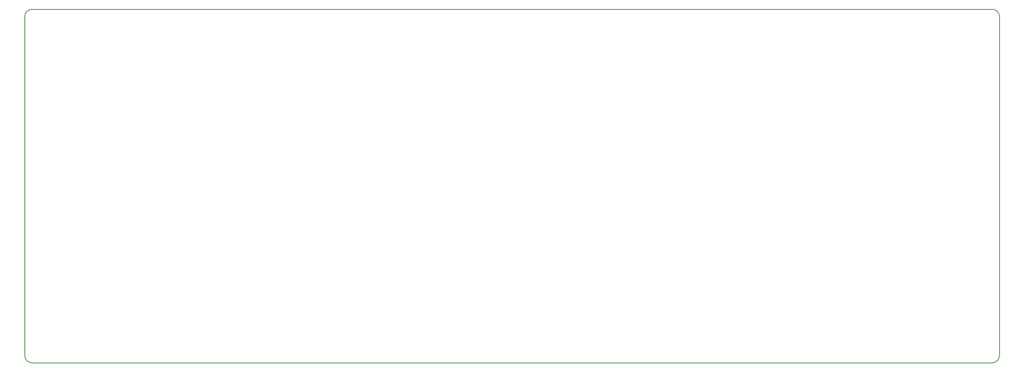
<source format=gbr>
%TF.GenerationSoftware,KiCad,Pcbnew,(6.0.7)*%
%TF.CreationDate,2022-12-16T21:18:24+01:00*%
%TF.ProjectId,Didaktik multilayout,44696461-6b74-4696-9b20-6d756c74696c,rev?*%
%TF.SameCoordinates,Original*%
%TF.FileFunction,Profile,NP*%
%FSLAX46Y46*%
G04 Gerber Fmt 4.6, Leading zero omitted, Abs format (unit mm)*
G04 Created by KiCad (PCBNEW (6.0.7)) date 2022-12-16 21:18:24*
%MOMM*%
%LPD*%
G01*
G04 APERTURE LIST*
%TA.AperFunction,Profile*%
%ADD10C,0.150000*%
%TD*%
G04 APERTURE END LIST*
D10*
X31750000Y-106362500D02*
G75*
G03*
X33337500Y-107950000I1587500J0D01*
G01*
X33337500Y-31750000D02*
X239712500Y-31750000D01*
X31750000Y-106362500D02*
X31750000Y-33337500D01*
X239712500Y-107950000D02*
G75*
G03*
X241300000Y-106362500I0J1587500D01*
G01*
X239712500Y-107950000D02*
X33337500Y-107950000D01*
X241300000Y-33337500D02*
G75*
G03*
X239712500Y-31750000I-1587500J0D01*
G01*
X33337500Y-31750000D02*
G75*
G03*
X31750000Y-33337500I0J-1587500D01*
G01*
X241300000Y-33337500D02*
X241300000Y-106362500D01*
M02*

</source>
